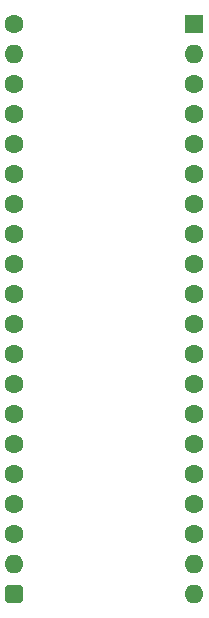
<source format=gbs>
%TF.GenerationSoftware,KiCad,Pcbnew,8.0.7*%
%TF.CreationDate,2025-01-03T10:50:03+02:00*%
%TF.ProjectId,Memory 32KB with Output,4d656d6f-7279-4203-9332-4b4220776974,V0*%
%TF.SameCoordinates,Original*%
%TF.FileFunction,Soldermask,Bot*%
%TF.FilePolarity,Negative*%
%FSLAX46Y46*%
G04 Gerber Fmt 4.6, Leading zero omitted, Abs format (unit mm)*
G04 Created by KiCad (PCBNEW 8.0.7) date 2025-01-03 10:50:03*
%MOMM*%
%LPD*%
G01*
G04 APERTURE LIST*
G04 Aperture macros list*
%AMRoundRect*
0 Rectangle with rounded corners*
0 $1 Rounding radius*
0 $2 $3 $4 $5 $6 $7 $8 $9 X,Y pos of 4 corners*
0 Add a 4 corners polygon primitive as box body*
4,1,4,$2,$3,$4,$5,$6,$7,$8,$9,$2,$3,0*
0 Add four circle primitives for the rounded corners*
1,1,$1+$1,$2,$3*
1,1,$1+$1,$4,$5*
1,1,$1+$1,$6,$7*
1,1,$1+$1,$8,$9*
0 Add four rect primitives between the rounded corners*
20,1,$1+$1,$2,$3,$4,$5,0*
20,1,$1+$1,$4,$5,$6,$7,0*
20,1,$1+$1,$6,$7,$8,$9,0*
20,1,$1+$1,$8,$9,$2,$3,0*%
G04 Aperture macros list end*
%ADD10C,1.600000*%
%ADD11O,1.600000X1.600000*%
%ADD12RoundRect,0.400000X-0.400000X-0.400000X0.400000X-0.400000X0.400000X0.400000X-0.400000X0.400000X0*%
%ADD13R,1.600000X1.600000*%
G04 APERTURE END LIST*
D10*
%TO.C,J1*%
X0Y0D03*
D11*
X0Y-2540000D03*
D10*
X0Y-5080000D03*
X0Y-7620000D03*
X0Y-10160000D03*
X0Y-12700000D03*
X0Y-15240000D03*
X0Y-17780000D03*
X0Y-20320000D03*
X0Y-22860000D03*
X0Y-25400000D03*
X0Y-27940000D03*
X0Y-30480000D03*
X0Y-33020000D03*
X0Y-35560000D03*
X0Y-38100000D03*
X0Y-40640000D03*
X0Y-43180000D03*
D11*
X0Y-45720000D03*
D12*
X0Y-48260000D03*
D11*
X15240000Y-48260000D03*
X15240000Y-45720000D03*
D10*
X15240000Y-43180000D03*
X15240000Y-40640000D03*
X15240000Y-38100000D03*
X15240000Y-35560000D03*
X15240000Y-33020000D03*
X15240000Y-30480000D03*
X15240000Y-27940000D03*
X15240000Y-25400000D03*
X15240000Y-22860000D03*
X15240000Y-20320000D03*
X15240000Y-17780000D03*
X15240000Y-15240000D03*
X15240000Y-12700000D03*
X15240000Y-10160000D03*
X15240000Y-7620000D03*
X15240000Y-5080000D03*
D11*
X15240000Y-2540000D03*
D13*
X15240000Y0D03*
%TD*%
M02*

</source>
